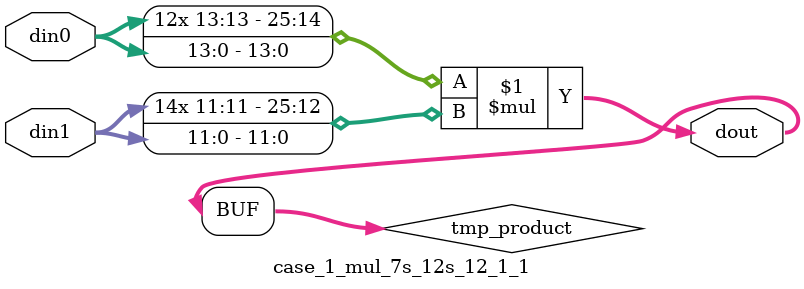
<source format=v>

`timescale 1 ns / 1 ps

 module case_1_mul_7s_12s_12_1_1(din0, din1, dout);
parameter ID = 1;
parameter NUM_STAGE = 0;
parameter din0_WIDTH = 14;
parameter din1_WIDTH = 12;
parameter dout_WIDTH = 26;

input [din0_WIDTH - 1 : 0] din0; 
input [din1_WIDTH - 1 : 0] din1; 
output [dout_WIDTH - 1 : 0] dout;

wire signed [dout_WIDTH - 1 : 0] tmp_product;



























assign tmp_product = $signed(din0) * $signed(din1);








assign dout = tmp_product;





















endmodule

</source>
